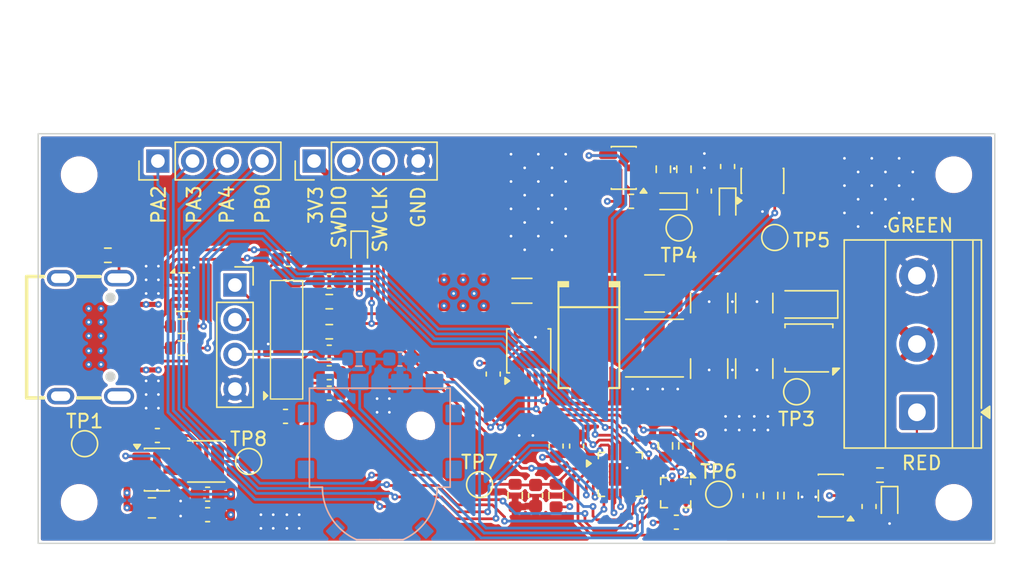
<source format=kicad_pcb>
(kicad_pcb
	(version 20241229)
	(generator "pcbnew")
	(generator_version "9.0")
	(general
		(thickness 1.6)
		(legacy_teardrops no)
	)
	(paper "A4")
	(layers
		(0 "F.Cu" signal)
		(4 "In1.Cu" signal)
		(6 "In2.Cu" signal)
		(2 "B.Cu" signal)
		(9 "F.Adhes" user "F.Adhesive")
		(11 "B.Adhes" user "B.Adhesive")
		(13 "F.Paste" user)
		(15 "B.Paste" user)
		(5 "F.SilkS" user "F.Silkscreen")
		(7 "B.SilkS" user "B.Silkscreen")
		(1 "F.Mask" user)
		(3 "B.Mask" user)
		(17 "Dwgs.User" user "User.Drawings")
		(19 "Cmts.User" user "User.Comments")
		(21 "Eco1.User" user "User.Eco1")
		(23 "Eco2.User" user "User.Eco2")
		(25 "Edge.Cuts" user)
		(27 "Margin" user)
		(31 "F.CrtYd" user "F.Courtyard")
		(29 "B.CrtYd" user "B.Courtyard")
		(35 "F.Fab" user)
		(33 "B.Fab" user)
		(39 "User.1" user)
		(41 "User.2" user)
		(43 "User.3" user)
		(45 "User.4" user)
	)
	(setup
		(stackup
			(layer "F.SilkS"
				(type "Top Silk Screen")
				(color "Black")
			)
			(layer "F.Paste"
				(type "Top Solder Paste")
			)
			(layer "F.Mask"
				(type "Top Solder Mask")
				(color "White")
				(thickness 0.01)
			)
			(layer "F.Cu"
				(type "copper")
				(thickness 0.035)
			)
			(layer "dielectric 1"
				(type "prepreg")
				(thickness 0.1)
				(material "FR4")
				(epsilon_r 4.5)
				(loss_tangent 0.02)
			)
			(layer "In1.Cu"
				(type "copper")
				(thickness 0.035)
			)
			(layer "dielectric 2"
				(type "core")
				(thickness 1.24)
				(material "FR4")
				(epsilon_r 4.5)
				(loss_tangent 0.02)
			)
			(layer "In2.Cu"
				(type "copper")
				(thickness 0.035)
			)
			(layer "dielectric 3"
				(type "prepreg")
				(thickness 0.1)
				(material "FR4")
				(epsilon_r 4.5)
				(loss_tangent 0.02)
			)
			(layer "B.Cu"
				(type "copper")
				(thickness 0.035)
			)
			(layer "B.Mask"
				(type "Bottom Solder Mask")
				(thickness 0.01)
			)
			(layer "B.Paste"
				(type "Bottom Solder Paste")
			)
			(layer "B.SilkS"
				(type "Bottom Silk Screen")
			)
			(copper_finish "None")
			(dielectric_constraints no)
		)
		(pad_to_mask_clearance 0)
		(allow_soldermask_bridges_in_footprints no)
		(tenting front back)
		(grid_origin 100.5 158.2)
		(pcbplotparams
			(layerselection 0x00000000_00000000_55555555_5755f5ff)
			(plot_on_all_layers_selection 0x00000000_00000000_00000000_00000000)
			(disableapertmacros no)
			(usegerberextensions no)
			(usegerberattributes yes)
			(usegerberadvancedattributes yes)
			(creategerberjobfile yes)
			(dashed_line_dash_ratio 12.000000)
			(dashed_line_gap_ratio 3.000000)
			(svgprecision 4)
			(plotframeref no)
			(mode 1)
			(useauxorigin no)
			(hpglpennumber 1)
			(hpglpenspeed 20)
			(hpglpendiameter 15.000000)
			(pdf_front_fp_property_popups yes)
			(pdf_back_fp_property_popups yes)
			(pdf_metadata yes)
			(pdf_single_document no)
			(dxfpolygonmode yes)
			(dxfimperialunits yes)
			(dxfusepcbnewfont yes)
			(psnegative no)
			(psa4output no)
			(plot_black_and_white yes)
			(sketchpadsonfab no)
			(plotpadnumbers no)
			(hidednponfab no)
			(sketchdnponfab yes)
			(crossoutdnponfab yes)
			(subtractmaskfromsilk no)
			(outputformat 1)
			(mirror no)
			(drillshape 1)
			(scaleselection 1)
			(outputdirectory "")
		)
	)
	(net 0 "")
	(net 1 "+3.3V")
	(net 2 "GND")
	(net 3 "VBUS")
	(net 4 "/BTN")
	(net 5 "/ENC_B")
	(net 6 "/TC_FB")
	(net 7 "/BOOTSEL")
	(net 8 "/SCL")
	(net 9 "/DISP_NRST")
	(net 10 "/SDA")
	(net 11 "/ENC_A")
	(net 12 "/BLUE")
	(net 13 "/D-")
	(net 14 "/HEATER_ON")
	(net 15 "/CC2")
	(net 16 "/CC1")
	(net 17 "/POW_ALERT")
	(net 18 "Net-(U5-SW)")
	(net 19 "Net-(U5-BST)")
	(net 20 "Net-(U6--)")
	(net 21 "Net-(U7-Vin-)")
	(net 22 "Net-(J3-Pin_13)")
	(net 23 "Net-(J3-Pin_2)")
	(net 24 "Net-(J3-Pin_1)")
	(net 25 "Net-(J1-SHIELD)")
	(net 26 "Net-(J3-Pin_4)")
	(net 27 "Net-(J3-Pin_3)")
	(net 28 "/RED")
	(net 29 "Net-(J3-Pin_14)")
	(net 30 "/JDP")
	(net 31 "/JDN")
	(net 32 "unconnected-(U3-NC-Pad6)")
	(net 33 "unconnected-(U3-NC-Pad10)")
	(net 34 "unconnected-(U3-NC-Pad7)")
	(net 35 "unconnected-(U3-NC-Pad9)")
	(net 36 "Net-(D4-K)")
	(net 37 "Net-(D1-K)")
	(net 38 "/VDRIVE")
	(net 39 "/NTC")
	(net 40 "Net-(D2-K)")
	(net 41 "Net-(D3-A)")
	(net 42 "unconnected-(J3-Pin_6-Pad6)")
	(net 43 "Net-(J3-Pin_9)")
	(net 44 "Net-(J3-Pin_12)")
	(net 45 "Net-(Q1-G)")
	(net 46 "Net-(U8-FB)")
	(net 47 "unconnected-(U1-INT1-Pad5)")
	(net 48 "unconnected-(U1-NC-Pad11)")
	(net 49 "unconnected-(U1-INT2-Pad6)")
	(net 50 "/PB0")
	(net 51 "/VDRIVE_ON")
	(net 52 "/PA2")
	(net 53 "/PA4")
	(net 54 "/PA3")
	(net 55 "/VTIP")
	(net 56 "unconnected-(U4-Pad0)_2")
	(net 57 "unconnected-(U8-NC-Pad6)")
	(footprint "Capacitor_SMD:C_0603_1608Metric" (layer "F.Cu") (at 133.8 145.8 -90))
	(footprint "Connector_PinHeader_2.54mm:PinHeader_1x04_P2.54mm_Vertical" (layer "F.Cu") (at 109.26 130.2 90))
	(footprint "Capacitor_SMD:C_1210_3225Metric" (layer "F.Cu") (at 152.9 145.4 -90))
	(footprint "Capacitor_SMD:C_0603_1608Metric" (layer "F.Cu") (at 139.9 151.075 90))
	(footprint "TestPoint:TestPoint_Pad_D1.5mm" (layer "F.Cu") (at 132.8 153.9))
	(footprint "Capacitor_SMD:C_0603_1608Metric" (layer "F.Cu") (at 112.9 154.6 180))
	(footprint "Inductor_SMD:L_0603_1608Metric" (layer "F.Cu") (at 143.9 133.15))
	(footprint "Package_SON:USON-10_2.5x1.0mm_P0.5mm" (layer "F.Cu") (at 111.1 139.8))
	(footprint "Capacitor_SMD:C_0603_1608Metric" (layer "F.Cu") (at 149.25 132.4 90))
	(footprint "Package_SON:VSON-8_3.3x3.3mm_P0.65mm_NexFET" (layer "F.Cu") (at 156.9 143.9 180))
	(footprint "Diode_SMD:D_SOD-523" (layer "F.Cu") (at 162.8 155.3 -90))
	(footprint "Resistor_SMD:R_0603_1608Metric" (layer "F.Cu") (at 155.6 154.7 -90))
	(footprint "Resistor_SMD:R_0603_1608Metric" (layer "F.Cu") (at 147.9 151.05 -90))
	(footprint "Capacitor_SMD:C_1210_3225Metric" (layer "F.Cu") (at 145.6 139.9))
	(footprint "Resistor_SMD:R_0603_1608Metric" (layer "F.Cu") (at 111 143.9))
	(footprint "Capacitor_SMD:C_0603_1608Metric" (layer "F.Cu") (at 118.8 137.4))
	(footprint "Capacitor_SMD:C_0603_1608Metric" (layer "F.Cu") (at 121.8 144.2))
	(footprint "Inductor_SMD:L_Changjiang_FTC252012S" (layer "F.Cu") (at 112.8 152.2))
	(footprint "TestPoint:TestPoint_Pad_D1.5mm" (layer "F.Cu") (at 147.4 135.1 90))
	(footprint "Package_TO_SOT_SMD:SOT-23-5" (layer "F.Cu") (at 158.5 154.7 180))
	(footprint "Resistor_SMD:R_0603_1608Metric" (layer "F.Cu") (at 146.25 130.8 90))
	(footprint "Capacitor_SMD:C_0603_1608Metric" (layer "F.Cu") (at 150.95 130.6 90))
	(footprint "Package_SO:VSSOP-10_3x3mm_P0.5mm" (layer "F.Cu") (at 136.4 144.1 90))
	(footprint "Custom:USB-C-SMD_U263-163N-4GS1735" (layer "F.Cu") (at 104.61675 143.1 -90))
	(footprint "Diode_SMD:D_SOD-523" (layer "F.Cu") (at 124 136.6 -90))
	(footprint "TestPoint:TestPoint_Pad_D1.5mm" (layer "F.Cu") (at 156 147.1 180))
	(footprint "Capacitor_SMD:C_0603_1608Metric" (layer "F.Cu") (at 118.6 148.9))
	(footprint "Package_TO_SOT_SMD:SOT-23-6" (layer "F.Cu") (at 153.5 131.65 90))
	(footprint "MountingHole:MountingHole_2.2mm_M2_DIN965" (layer "F.Cu") (at 103.5 131.2))
	(footprint "Diode_SMD:D_SOD-123F" (layer "F.Cu") (at 156.8 140.7 180))
	(footprint "MountingHole:MountingHole_2.2mm_M2_DIN965" (layer "F.Cu") (at 167.5 155.2))
	(footprint "Capacitor_SMD:C_0603_1608Metric" (layer "F.Cu") (at 121.8 145.7 180))
	(footprint "Resistor_SMD:R_0603_1608Metric" (layer "F.Cu") (at 162.1 153.2 180))
	(footprint "TestPoint:TestPoint_Pad_D1.5mm" (layer "F.Cu") (at 115.9 152.2))
	(footprint "TestPoint:TestPoint_Pad_D1.5mm" (layer "F.Cu") (at 103.9 150.9))
	(footprint "Capacitor_SMD:C_0603_1608Metric" (layer "F.Cu") (at 112.9 156.1 180))
	(footprint "Diode_SMD:D_SOD-523" (layer "F.Cu") (at 146.7 133.15 180))
	(footprint "Capacitor_SMD:C_1210_3225Metric" (layer "F.Cu") (at 152.9 140.6 90))
	(footprint "MountingHole:MountingHole_2.2mm_M2_DIN965" (layer "F.Cu") (at 103.5 155.2))
	(footprint "Custom:FPC_14" (layer "F.Cu") (at 118.7 143.29 90))
	(footprint "Package_DFN_QFN:QFN-20-1EP_3x3mm_P0.4mm_EP1.65x1.65mm" (layer "F.Cu") (at 143.1 153.15))
	(footprint "TestPoint:TestPoint_Pad_D1.5mm" (layer "F.Cu") (at 150.3 154.6))
	(footprint "Package_LGA:LGA-12_2x2mm_P0.5mm" (layer "F.Cu") (at 147.15 154.4875 -90))
	(footprint "Resistor_SMD:R_0603_1608Metric" (layer "F.Cu") (at 146.4 151.0625 -90))
	(footprint "Capacitor_SMD:C_0603_1608Metric" (layer "F.Cu") (at 121.8 139))
	(footprint "Connector_PinHeader_2.54mm:PinHeader_1x04_P2.54mm_Vertical" (layer "F.Cu") (at 120.69 130.2 90))
	(footprint "Custom:CP-SMD_L7.3-W4.3-FD"
		(layer "F.Cu")
		(uuid "997474e5-1fba-4a1e-a74c-fea004e50ea5")
		(at 140.8 143.1 -90)
		(property "Reference" "C13"
			(at 0 -3.1505 270)
			(layer "F.SilkS")
			(hide yes)
			(uuid "5439a990-6f7a-4b24-be0f-c3864bbd290e")
			(effects
				(font
					(size 1 1)
					(thickness 0.15)
				)
			)
		)
		(property "Value" "100u"
			(at 0 3.180433 270)
			(layer "F.Fab")
			(uuid "a15cb629-b747-4d42-8b39-1308fca6384a")
			(effects
				(font
					(size 1 1)
					(thickness 0.15)
				)
			)
		)
		(property "Datasheet" "~"
			(at 0 0 270)
			(layer "F.Fab")
			(hide yes)
			(uuid "5cb27a6b-a248-4f1e-a07c-02a50e9a673f")
			(effects
				(font
					(size 1 1)
					(thickness 0.15)
				)
			)
		)
		(property "Description" "Polarized capacitor, small symbol"
			(at 0 0 270)
			(layer "F.Fab")
			(hide yes)
			(uuid "d3b23c9e-004f-48f8-905d-a1e7988e1782")
			(effects
				(font
					(size 1 1)
					(thickness 0.15)
				)
			)
		)
		(property ki_fp_filters "CP_*")
		(path "/39d72047-d135-4201-9b42-5faca81de3df")
		(sheetname "/")
		(sheetfile "usbc_soldering_iron.kicad_sch")
		(fp_line
			(start -3.729 2.226)
			(end 3.7235 2.226)
			(stroke
				(width 0.1525)
				(type default)
			)
			(layer "F.SilkS")
			(uuid "778c8624-71c8-4a93-8651-829b8b614b60")
		)
		(fp_line
			(start 3.7235 2.226)
			(end 3.7235 1.499)
			(stroke
				(width 0.1525)
				(type default)
			)
			(layer "F.SilkS")
			(uuid "eac2585c-6f7e-4522-8521-3de4e54e4623")
		)
		(fp_line
			(start -3.729 -2.226)
			(end 3.7235 -2.226)
			(stroke
				(width 0.1525)
				(type default)
			)
			(layer "F.SilkS")
			(uuid "8c9eaec0-197f-4794-9c5a-8cb9e901bccc")
		)
		(fp_line
			(start -2.1995 -2.226)
			(end -2.1995 2.226)
			(stroke
				(width 0.1525)
				(type default)
			)
			(layer "F.SilkS")
			(uuid "93620913-fdaf-406c-b928-2b49f4ed03de")
		)
		(fp_line
			(start 3.7235 -2.226)
			(end 3.7235 -1.499)
			(stroke
				(width 0.1525)
				(type default)
			)
			(layer "F.SilkS")
			(uuid "c48cf846-3523-4e67-88a6-d7946697f399")
		)
		(fp_poly
			
... [831839 chars truncated]
</source>
